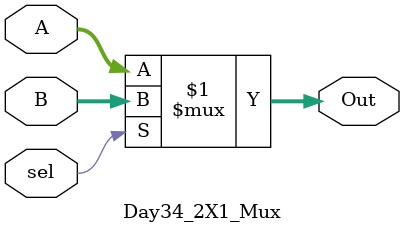
<source format=v>
module Day34_2X1_Mux(input  sel, 
                     input  [31:0]A, 
                     input  [31:0]B, 
                     output [31:0]Out); 
  assign Out = sel ? B : A; 
endmodule
</source>
